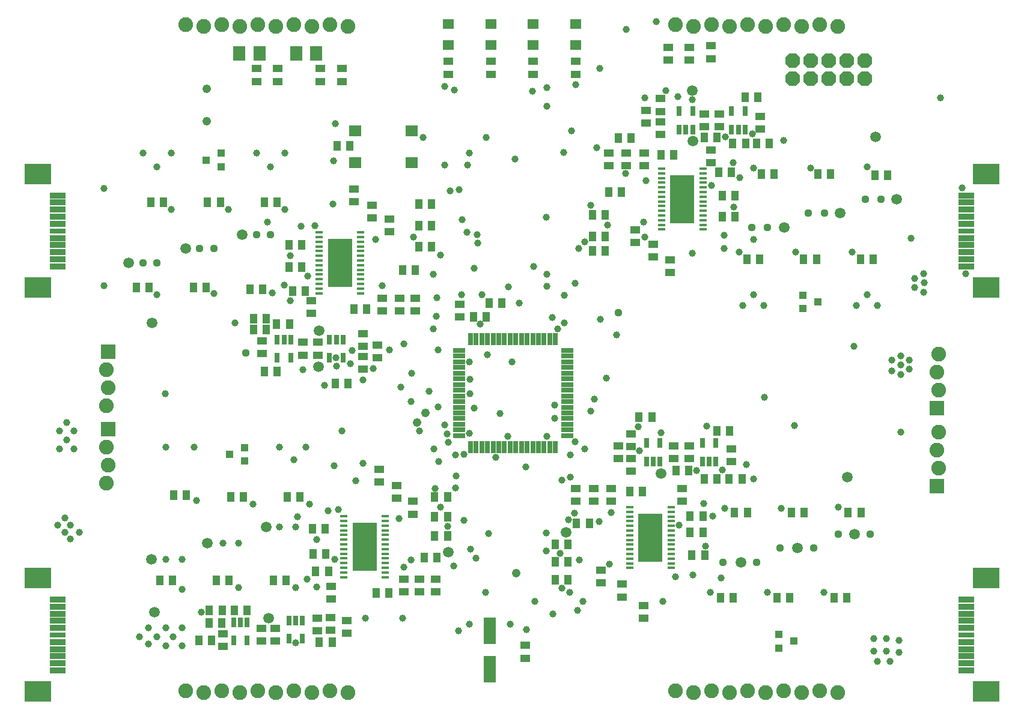
<source format=gts>
G75*
G70*
%OFA0B0*%
%FSLAX24Y24*%
%IPPOS*%
%LPD*%
%AMOC8*
5,1,8,0,0,1.08239X$1,22.5*
%
%ADD10C,0.0820*%
%ADD11R,0.0552X0.0395*%
%ADD12R,0.0395X0.0178*%
%ADD13R,0.1340X0.2678*%
%ADD14R,0.0395X0.0552*%
%ADD15R,0.0660X0.0280*%
%ADD16R,0.0280X0.0660*%
%ADD17R,0.0631X0.0552*%
%ADD18R,0.0710X0.1458*%
%ADD19OC8,0.0820*%
%ADD20R,0.0297X0.0552*%
%ADD21R,0.0820X0.0820*%
%ADD22R,0.0867X0.0320*%
%ADD23R,0.0867X0.0316*%
%ADD24R,0.1497X0.1135*%
%ADD25C,0.0595*%
%ADD26R,0.0434X0.0395*%
%ADD27R,0.0690X0.0592*%
%ADD28R,0.0710X0.0789*%
%ADD29C,0.0390*%
%ADD30C,0.0440*%
%ADD31C,0.0476*%
D10*
X043901Y012928D03*
X044001Y013928D03*
X043901Y014928D03*
X043901Y017259D03*
X044001Y018259D03*
X043901Y019259D03*
X048282Y001411D03*
X049282Y001311D03*
X050282Y001411D03*
X051282Y001311D03*
X052282Y001411D03*
X053282Y001311D03*
X054282Y001411D03*
X055282Y001311D03*
X056282Y001411D03*
X057282Y001311D03*
X075448Y001411D03*
X076448Y001311D03*
X077448Y001411D03*
X078448Y001311D03*
X079448Y001411D03*
X080448Y001311D03*
X081448Y001411D03*
X082448Y001311D03*
X083448Y001411D03*
X084448Y001311D03*
X090064Y013778D03*
X089964Y014778D03*
X090064Y015778D03*
X090064Y018109D03*
X089964Y019109D03*
X090064Y020109D03*
X084448Y038319D03*
X083448Y038419D03*
X082448Y038319D03*
X081448Y038419D03*
X080448Y038319D03*
X079448Y038419D03*
X078448Y038319D03*
X077448Y038419D03*
X076448Y038319D03*
X075448Y038419D03*
X057282Y038319D03*
X056282Y038419D03*
X055282Y038319D03*
X054282Y038419D03*
X053282Y038319D03*
X052282Y038419D03*
X051282Y038319D03*
X050282Y038419D03*
X049282Y038319D03*
X048282Y038419D03*
D11*
X052219Y035967D03*
X053400Y035967D03*
X053400Y035259D03*
X052219Y035259D03*
X055762Y035259D03*
X056944Y035259D03*
X056944Y035967D03*
X055762Y035967D03*
X062849Y035652D03*
X062849Y036361D03*
X065211Y036361D03*
X065211Y035652D03*
X067573Y035652D03*
X067573Y036361D03*
X069936Y036361D03*
X069936Y035652D03*
X073823Y033654D03*
X074611Y033586D03*
X074611Y033015D03*
X073823Y032946D03*
X074611Y032306D03*
X077072Y032749D03*
X077908Y032749D03*
X077908Y033458D03*
X077072Y033458D03*
X074611Y034294D03*
X075054Y036440D03*
X076235Y036440D03*
X076235Y037149D03*
X075054Y037149D03*
X077416Y037227D03*
X077416Y036519D03*
X080172Y033310D03*
X080172Y032601D03*
X077416Y031440D03*
X077416Y030731D03*
X073725Y030584D03*
X072741Y030584D03*
X071757Y030584D03*
X071757Y031292D03*
X072741Y031292D03*
X073725Y031292D03*
X073233Y027011D03*
X073233Y026302D03*
X074217Y026223D03*
X074217Y025515D03*
X075152Y025337D03*
X075152Y024629D03*
X063489Y022877D03*
X063489Y022168D03*
X061028Y022513D03*
X060142Y022513D03*
X059207Y022513D03*
X059207Y023221D03*
X060142Y023221D03*
X061028Y023221D03*
X058125Y021253D03*
X058125Y020544D03*
X058125Y019973D03*
X058912Y019904D03*
X058912Y020613D03*
X058125Y019265D03*
X055615Y020052D03*
X054778Y020052D03*
X054778Y020761D03*
X055615Y020761D03*
X052514Y020859D03*
X052514Y020150D03*
X055270Y022365D03*
X055270Y023074D03*
X059601Y026893D03*
X059601Y027601D03*
X058617Y027680D03*
X058617Y028389D03*
X057633Y028566D03*
X057633Y029274D03*
X072987Y015692D03*
X072987Y014983D03*
X072987Y014314D03*
X072298Y014294D03*
X072987Y013605D03*
X075349Y014294D03*
X076235Y014294D03*
X076235Y015003D03*
X075349Y015003D03*
X072298Y015003D03*
X071904Y012641D03*
X071904Y011932D03*
X070920Y011932D03*
X070920Y012641D03*
X069936Y012641D03*
X069936Y011932D03*
X075841Y011932D03*
X075841Y012641D03*
X078548Y014147D03*
X078548Y014855D03*
X071314Y008113D03*
X071314Y007404D03*
X072495Y007326D03*
X072495Y006617D03*
X073676Y006145D03*
X073676Y005436D03*
X067131Y003930D03*
X067131Y003221D03*
X062160Y006893D03*
X061274Y006893D03*
X060388Y006893D03*
X060388Y007601D03*
X061274Y007601D03*
X062160Y007601D03*
X057239Y005318D03*
X056314Y005475D03*
X055605Y005456D03*
X055605Y004747D03*
X056314Y004767D03*
X057239Y004609D03*
X053243Y004885D03*
X052495Y004885D03*
X052495Y004176D03*
X053243Y004176D03*
X050349Y003861D03*
X050349Y004570D03*
X056353Y006499D03*
X056353Y007208D03*
X060881Y011223D03*
X060881Y011932D03*
X059995Y012109D03*
X059995Y012818D03*
X059010Y012995D03*
X059010Y013704D03*
D12*
X059373Y011104D03*
X059373Y010844D03*
X059373Y010584D03*
X059373Y010324D03*
X059373Y010064D03*
X059373Y009804D03*
X059373Y009544D03*
X059375Y009284D03*
X059373Y009024D03*
X059373Y008764D03*
X059373Y008504D03*
X059373Y008244D03*
X059373Y007984D03*
X059373Y007724D03*
X057073Y007724D03*
X057073Y007984D03*
X057073Y008244D03*
X057073Y008504D03*
X057073Y008764D03*
X057073Y009024D03*
X057071Y009284D03*
X057073Y009544D03*
X057073Y009804D03*
X057073Y010064D03*
X057073Y010324D03*
X057073Y010584D03*
X057073Y010844D03*
X057073Y011104D03*
X072920Y011092D03*
X072920Y010832D03*
X072920Y010572D03*
X072920Y010312D03*
X072917Y010052D03*
X072920Y009792D03*
X072920Y009532D03*
X072920Y009272D03*
X072920Y009012D03*
X072920Y008752D03*
X072920Y008492D03*
X072920Y008232D03*
X075220Y008232D03*
X075220Y008492D03*
X075220Y008752D03*
X075220Y009012D03*
X075220Y009272D03*
X075220Y009532D03*
X075220Y009792D03*
X075222Y010052D03*
X075220Y010312D03*
X075220Y010572D03*
X075220Y010832D03*
X075220Y011092D03*
X075220Y011352D03*
X075220Y011612D03*
X072920Y011612D03*
X072920Y011352D03*
X057995Y023492D03*
X057995Y023752D03*
X057995Y024012D03*
X057995Y024272D03*
X057995Y024532D03*
X057995Y024792D03*
X057998Y025052D03*
X057995Y025312D03*
X057995Y025572D03*
X057995Y025832D03*
X057995Y026092D03*
X057995Y026352D03*
X057995Y026612D03*
X057995Y026872D03*
X055695Y026872D03*
X055695Y026612D03*
X055695Y026352D03*
X055695Y026092D03*
X055695Y025832D03*
X055695Y025572D03*
X055695Y025312D03*
X055693Y025052D03*
X055695Y024792D03*
X055695Y024532D03*
X055695Y024272D03*
X055695Y024012D03*
X055695Y023752D03*
X055695Y023492D03*
X074691Y027031D03*
X074691Y027291D03*
X074691Y027551D03*
X074691Y027811D03*
X074691Y028071D03*
X074691Y028331D03*
X074691Y028591D03*
X074689Y028851D03*
X074691Y029111D03*
X074691Y029371D03*
X074691Y029631D03*
X074691Y029891D03*
X074691Y030151D03*
X074691Y030411D03*
X076991Y030411D03*
X076991Y030151D03*
X076991Y029891D03*
X076991Y029631D03*
X076991Y029371D03*
X076991Y029111D03*
X076994Y028851D03*
X076991Y028591D03*
X076991Y028331D03*
X076991Y028071D03*
X076991Y027811D03*
X076991Y027551D03*
X076991Y027291D03*
X076991Y027031D03*
D13*
X075841Y028721D03*
X056845Y025182D03*
X074070Y009922D03*
X058223Y009414D03*
D14*
X056058Y008999D03*
X055349Y008999D03*
X055507Y008034D03*
X056215Y008034D03*
X053853Y007542D03*
X053144Y007542D03*
X050703Y007542D03*
X049995Y007542D03*
X047554Y007542D03*
X046845Y007542D03*
X049601Y005889D03*
X050310Y005889D03*
X050979Y005889D03*
X051688Y005889D03*
X050290Y005180D03*
X049581Y005180D03*
X049719Y004215D03*
X049010Y004215D03*
X055703Y004117D03*
X056412Y004117D03*
X058853Y006853D03*
X059562Y006853D03*
X061510Y008822D03*
X062219Y008822D03*
X062101Y010003D03*
X062810Y010003D03*
X062810Y011086D03*
X062101Y011086D03*
X062101Y012168D03*
X062810Y012168D03*
X068794Y009530D03*
X069503Y009530D03*
X069503Y008586D03*
X068794Y008586D03*
X068794Y007562D03*
X069503Y007562D03*
X069975Y010711D03*
X070684Y010711D03*
X072928Y012483D03*
X073636Y012483D03*
X075487Y013645D03*
X076196Y013645D03*
X077062Y013172D03*
X077770Y013172D03*
X078440Y013172D03*
X079148Y013172D03*
X079444Y011302D03*
X078735Y011302D03*
X076983Y011105D03*
X076274Y011105D03*
X076274Y010219D03*
X076983Y010219D03*
X077081Y008940D03*
X076373Y008940D03*
X077948Y006578D03*
X078656Y006578D03*
X081097Y006578D03*
X081806Y006578D03*
X084247Y006578D03*
X084955Y006578D03*
X085034Y011302D03*
X085743Y011302D03*
X082593Y011302D03*
X081885Y011302D03*
X078459Y015830D03*
X077751Y015830D03*
X074148Y016597D03*
X073440Y016597D03*
X064975Y022178D03*
X064266Y022178D03*
X065129Y022950D03*
X065837Y022950D03*
X061038Y024786D03*
X060329Y024786D03*
X061215Y026066D03*
X061924Y026066D03*
X061924Y027247D03*
X061215Y027247D03*
X061215Y028428D03*
X061924Y028428D03*
X054739Y026164D03*
X054030Y026164D03*
X054030Y024944D03*
X054739Y024944D03*
X054936Y023625D03*
X054227Y023625D03*
X052573Y023704D03*
X051865Y023704D03*
X049424Y023802D03*
X048715Y023802D03*
X046274Y023802D03*
X045566Y023802D03*
X052062Y022070D03*
X052052Y021469D03*
X052760Y021469D03*
X052770Y022070D03*
X053341Y021784D03*
X054050Y021784D03*
X057623Y022621D03*
X058331Y022621D03*
X053361Y019127D03*
X052652Y019127D03*
X056589Y018487D03*
X057298Y018487D03*
X054640Y012168D03*
X053932Y012168D03*
X051491Y012168D03*
X050782Y012168D03*
X048341Y012267D03*
X047633Y012267D03*
X055310Y010397D03*
X056018Y010397D03*
X079424Y025377D03*
X080133Y025377D03*
X082573Y025377D03*
X083282Y025377D03*
X085723Y025377D03*
X086432Y025377D03*
X078755Y027739D03*
X078046Y027739D03*
X078046Y028920D03*
X078755Y028920D03*
X080211Y030101D03*
X080920Y030101D03*
X078558Y030200D03*
X077849Y030200D03*
X075359Y031184D03*
X074650Y031184D03*
X073007Y032109D03*
X072298Y032109D03*
X077062Y032149D03*
X077770Y032149D03*
X078636Y031824D03*
X079345Y031824D03*
X079965Y031824D03*
X080674Y031824D03*
X083361Y030101D03*
X084070Y030101D03*
X086510Y030052D03*
X087219Y030052D03*
X080034Y034383D03*
X079325Y034383D03*
X072455Y029117D03*
X071747Y029117D03*
X071570Y027837D03*
X070861Y027837D03*
X070861Y026656D03*
X071570Y026656D03*
X071570Y025849D03*
X070861Y025849D03*
X057396Y031676D03*
X056688Y031676D03*
X053361Y028526D03*
X052652Y028526D03*
X050211Y028526D03*
X049503Y028526D03*
X047062Y028526D03*
X046353Y028526D03*
D15*
X063442Y020306D03*
X063442Y019996D03*
X063442Y019676D03*
X063442Y019366D03*
X063442Y019046D03*
X063442Y018736D03*
X063442Y018416D03*
X063442Y018106D03*
X063442Y017786D03*
X063442Y017476D03*
X063442Y017156D03*
X063442Y016846D03*
X063442Y016526D03*
X063442Y016216D03*
X063442Y015896D03*
X063442Y015586D03*
X069442Y015586D03*
X069442Y015896D03*
X069442Y016216D03*
X069442Y016526D03*
X069442Y016846D03*
X069442Y017156D03*
X069442Y017476D03*
X069442Y017786D03*
X069442Y018106D03*
X069442Y018416D03*
X069442Y018736D03*
X069442Y019046D03*
X069442Y019366D03*
X069442Y019676D03*
X069442Y019996D03*
X069442Y020306D03*
D16*
X068802Y020946D03*
X068492Y020946D03*
X068172Y020946D03*
X067862Y020946D03*
X067542Y020946D03*
X067232Y020946D03*
X066912Y020946D03*
X066602Y020946D03*
X066282Y020946D03*
X065972Y020946D03*
X065652Y020946D03*
X065342Y020946D03*
X065022Y020946D03*
X064712Y020946D03*
X064392Y020946D03*
X064082Y020946D03*
X064082Y014946D03*
X064392Y014946D03*
X064712Y014946D03*
X065022Y014946D03*
X065342Y014946D03*
X065652Y014946D03*
X065972Y014946D03*
X066282Y014946D03*
X066602Y014946D03*
X066912Y014946D03*
X067232Y014946D03*
X067542Y014946D03*
X067862Y014946D03*
X068172Y014946D03*
X068492Y014946D03*
X068802Y014946D03*
D17*
X069936Y037267D03*
X069936Y038448D03*
X067573Y038448D03*
X065211Y038448D03*
X065211Y037267D03*
X067573Y037267D03*
X062849Y037267D03*
X062849Y038448D03*
D18*
X065162Y004737D03*
X065162Y002611D03*
D19*
X081961Y035408D03*
X082961Y035408D03*
X083961Y035408D03*
X084961Y035408D03*
X085961Y035408D03*
X085961Y036408D03*
X084961Y036408D03*
X083961Y036408D03*
X082961Y036408D03*
X081961Y036408D03*
D20*
X079316Y033615D03*
X078568Y033615D03*
X078568Y032591D03*
X078942Y032591D03*
X079316Y032591D03*
X076412Y032591D03*
X076038Y032591D03*
X075664Y032591D03*
X075664Y033615D03*
X076412Y033615D03*
X057022Y020918D03*
X056648Y020918D03*
X056274Y020918D03*
X056274Y019895D03*
X057022Y019895D03*
X054119Y019895D03*
X053371Y019895D03*
X053371Y020918D03*
X053745Y020918D03*
X054119Y020918D03*
X073843Y015160D03*
X074591Y015160D03*
X076944Y015160D03*
X077692Y015160D03*
X077692Y014137D03*
X077318Y014137D03*
X076944Y014137D03*
X074591Y014137D03*
X074217Y014137D03*
X073843Y014137D03*
X054759Y005318D03*
X054385Y005318D03*
X054010Y005318D03*
X054010Y004294D03*
X054759Y004294D03*
X051707Y004196D03*
X050959Y004196D03*
X050959Y005219D03*
X051333Y005219D03*
X051707Y005219D03*
D21*
X044001Y015928D03*
X044001Y020259D03*
X089964Y017109D03*
X089964Y012778D03*
D22*
X091589Y006479D03*
X091589Y006086D03*
X091589Y005692D03*
X091589Y005298D03*
X091589Y004904D03*
X091589Y004117D03*
X091589Y003723D03*
X091589Y003330D03*
X091589Y002936D03*
X091589Y002542D03*
X041196Y002542D03*
X041196Y002936D03*
X041196Y003330D03*
X041196Y003723D03*
X041196Y004117D03*
X041196Y004904D03*
X041196Y005298D03*
X041196Y005692D03*
X041196Y006086D03*
X041196Y006479D03*
X041196Y024983D03*
X041196Y025377D03*
X041196Y025771D03*
X041196Y026164D03*
X041196Y026558D03*
X041196Y027345D03*
X041196Y027739D03*
X041196Y028133D03*
X041196Y028526D03*
X041196Y028920D03*
X091589Y028920D03*
X091589Y028526D03*
X091589Y028133D03*
X091589Y027739D03*
X091589Y027345D03*
X091589Y026558D03*
X091589Y026164D03*
X091589Y025771D03*
X091589Y025377D03*
X091589Y024983D03*
D23*
X091589Y026952D03*
X041196Y026952D03*
X041196Y004511D03*
X091589Y004511D03*
D24*
X040093Y001361D03*
X040093Y007660D03*
X040093Y023802D03*
X040093Y030101D03*
X092692Y030101D03*
X092692Y023802D03*
X092692Y007660D03*
X092692Y001361D03*
D25*
X079089Y008546D03*
X082239Y009334D03*
X085388Y010121D03*
X084995Y013271D03*
X074660Y013467D03*
X069394Y010219D03*
X062849Y009117D03*
X052888Y005436D03*
X046560Y005790D03*
X046392Y008704D03*
X049483Y009609D03*
X052751Y010515D03*
X055654Y019422D03*
X055703Y021410D03*
X046412Y021834D03*
X045133Y025180D03*
X048282Y025967D03*
X051432Y026755D03*
X076432Y031942D03*
X076383Y034727D03*
X086570Y032168D03*
X087733Y028723D03*
X084583Y027936D03*
X081483Y027149D03*
D26*
X082534Y023389D03*
X083361Y023015D03*
X082534Y022641D03*
X051550Y014924D03*
X050723Y014550D03*
X051550Y014176D03*
X081205Y004540D03*
X082032Y004166D03*
X081205Y003792D03*
X050251Y030515D03*
X049424Y030889D03*
X050251Y031263D03*
D27*
X057692Y030741D03*
X060822Y030741D03*
X060822Y032513D03*
X057692Y032513D03*
D28*
X055526Y036794D03*
X054424Y036794D03*
X052377Y036794D03*
X051274Y036794D03*
D29*
X056591Y032894D03*
X053794Y031282D03*
X053007Y030495D03*
X052219Y031282D03*
X056491Y030849D03*
X056451Y028428D03*
X053794Y028133D03*
X052810Y027444D03*
X054680Y027198D03*
X055467Y027247D03*
X054089Y025574D03*
X055073Y024442D03*
X053745Y023950D03*
X053105Y023507D03*
X054089Y023064D03*
X051038Y021834D03*
X049857Y023467D03*
X046707Y023408D03*
X043755Y023900D03*
X047495Y028133D03*
X050644Y028133D03*
X046707Y030495D03*
X045920Y031282D03*
X047495Y031282D03*
X043755Y029314D03*
X058814Y026460D03*
X060930Y026607D03*
X062416Y025613D03*
X064286Y024885D03*
X066196Y023841D03*
X064739Y023408D03*
X063597Y023408D03*
X062219Y023231D03*
X062199Y022208D03*
X062022Y021519D03*
X060408Y020672D03*
X059601Y020337D03*
X057534Y020298D03*
X056629Y019904D03*
X057416Y019584D03*
X056668Y019452D03*
X055999Y018369D03*
X054778Y019235D03*
X058125Y018664D03*
X058676Y019294D03*
X060211Y018290D03*
X060841Y019038D03*
X061786Y018054D03*
X060782Y017483D03*
X062298Y017168D03*
X064050Y017916D03*
X064050Y018704D03*
X064030Y019688D03*
X065014Y020062D03*
X066392Y019668D03*
X062298Y020337D03*
X064640Y021774D03*
X066806Y022936D03*
X068636Y022149D03*
X068932Y021519D03*
X069306Y021853D03*
X071294Y022030D03*
X072199Y021164D03*
X069306Y023389D03*
X069896Y024058D03*
X068341Y023861D03*
X068341Y024530D03*
X067593Y024983D03*
X070093Y025967D03*
X070428Y026341D03*
X071707Y027286D03*
X073676Y027444D03*
X073755Y026597D03*
X076383Y025721D03*
X078164Y025967D03*
X078991Y025771D03*
X079778Y026460D03*
X078154Y026706D03*
X078696Y028280D03*
X077465Y029461D03*
X079040Y029904D03*
X079778Y030456D03*
X078646Y030741D03*
X081471Y031991D03*
X079710Y032335D03*
X078218Y032188D03*
X076383Y034235D03*
X075585Y034412D03*
X074936Y034747D03*
X073774Y034334D03*
X071274Y035987D03*
X069936Y035082D03*
X068322Y034904D03*
X067514Y034708D03*
X068322Y033881D03*
X069699Y032503D03*
X071097Y031578D03*
X069247Y031302D03*
X066570Y030928D03*
X064955Y032129D03*
X064030Y031282D03*
X063912Y030613D03*
X062652Y030613D03*
X061471Y032129D03*
X063184Y034767D03*
X062672Y034983D03*
X072711Y038152D03*
X074404Y038566D03*
X090172Y034353D03*
X086077Y030495D03*
X082948Y030456D03*
X091373Y029334D03*
X088518Y026538D03*
X085270Y025771D03*
X082140Y025771D03*
X079778Y023408D03*
X079188Y022818D03*
X080369Y022818D03*
X085487Y022818D03*
X086077Y023408D03*
X086668Y022818D03*
X088735Y023802D03*
X089227Y023556D03*
X089247Y024078D03*
X089227Y024589D03*
X088735Y024294D03*
X091550Y024570D03*
X085349Y020554D03*
X087455Y019767D03*
X087948Y020013D03*
X087948Y019521D03*
X088440Y019767D03*
X088440Y019274D03*
X087948Y018979D03*
X087455Y019176D03*
X080408Y017700D03*
X082062Y016145D03*
X079385Y013960D03*
X079778Y013172D03*
X078051Y013670D03*
X076629Y013645D03*
X073445Y014747D03*
X074660Y015731D03*
X073400Y016086D03*
X070762Y016952D03*
X070959Y017621D03*
X071629Y018763D03*
X068774Y017286D03*
X068774Y016538D03*
X068322Y015534D03*
X069877Y015239D03*
X070428Y014845D03*
X069621Y014511D03*
X067160Y013841D03*
X065487Y014373D03*
X063715Y014550D03*
X063262Y014511D03*
X062318Y014156D03*
X062042Y014845D03*
X062849Y015200D03*
X062790Y015692D03*
X062672Y016184D03*
X064030Y015711D03*
X065723Y016794D03*
X064306Y017109D03*
X066156Y015534D03*
X063302Y013349D03*
X063262Y012680D03*
X062140Y012641D03*
X062436Y011617D03*
X063715Y010869D03*
X062810Y010554D03*
X064089Y009274D03*
X064404Y008782D03*
X063144Y008330D03*
X060782Y008684D03*
X060388Y008271D03*
X058223Y008645D03*
X058223Y009432D03*
X058223Y010219D03*
X060133Y010987D03*
X056766Y011479D03*
X056196Y011420D03*
X055172Y011774D03*
X054503Y011086D03*
X054385Y010495D03*
X053499Y010495D03*
X055546Y009806D03*
X056550Y008723D03*
X055034Y007621D03*
X055546Y007188D03*
X054385Y007149D03*
X051235Y007149D03*
X049168Y005790D03*
X048085Y004904D03*
X047593Y004412D03*
X047199Y004904D03*
X046707Y004412D03*
X046215Y004019D03*
X045723Y004412D03*
X046215Y004904D03*
X047199Y003920D03*
X048085Y003920D03*
X054385Y004078D03*
X058243Y005436D03*
X060329Y005436D03*
X063440Y004757D03*
X064030Y005101D03*
X066294Y005101D03*
X067180Y004806D03*
X068656Y005672D03*
X067672Y006381D03*
X069148Y007109D03*
X069601Y006873D03*
X070329Y006381D03*
X070014Y005889D03*
X074759Y006381D03*
X075448Y007759D03*
X076432Y007857D03*
X078007Y007660D03*
X077396Y006873D03*
X080546Y006873D03*
X083696Y006873D03*
X086471Y004314D03*
X087160Y004314D03*
X087160Y003625D03*
X086471Y003625D03*
X086668Y003034D03*
X087357Y003034D03*
X087849Y003526D03*
X087849Y004215D03*
X077121Y009432D03*
X075644Y010613D03*
X077514Y011105D03*
X078184Y011547D03*
X077022Y011794D03*
X081333Y011547D03*
X084483Y011597D03*
X087967Y015780D03*
X077180Y016125D03*
X069640Y013271D03*
X069168Y013093D03*
X069857Y011282D03*
X069522Y010908D03*
X068302Y010160D03*
X068302Y009176D03*
X069070Y009038D03*
X070113Y008664D03*
X071806Y008448D03*
X071215Y010810D03*
X071904Y011302D03*
X065093Y010141D03*
X064936Y006873D03*
X052022Y011774D03*
X048892Y011971D03*
X050349Y009609D03*
X051235Y009609D03*
X048085Y008723D03*
X047199Y008723D03*
X048085Y007050D03*
X041885Y009826D03*
X041589Y010219D03*
X041885Y010613D03*
X041589Y011007D03*
X041196Y010613D03*
X042377Y010219D03*
X042081Y014845D03*
X041688Y015337D03*
X041294Y014845D03*
X041294Y015830D03*
X042081Y015830D03*
X041688Y016322D03*
X047199Y014944D03*
X048774Y014944D03*
X053499Y014944D03*
X054286Y014255D03*
X054975Y014944D03*
X056963Y015830D03*
X058125Y014058D03*
X056510Y013900D03*
X057731Y013074D03*
X061255Y015830D03*
X047160Y017916D03*
X059207Y023900D03*
X062022Y024530D03*
X064503Y026263D03*
X064463Y026735D03*
X063892Y026873D03*
X063617Y027582D03*
X063459Y029255D03*
X062948Y029176D03*
X068302Y027700D03*
X070762Y028369D03*
X073823Y029757D03*
X072692Y030141D03*
D30*
X075841Y029511D03*
X075841Y028723D03*
X075841Y027936D03*
X079680Y027149D03*
X080566Y027149D03*
X082829Y027936D03*
X083715Y027936D03*
X085979Y028723D03*
X086865Y028723D03*
X072298Y022424D03*
X056845Y024294D03*
X056845Y025180D03*
X056845Y026066D03*
X053007Y026755D03*
X052219Y026755D03*
X049857Y025967D03*
X049070Y025967D03*
X046707Y025180D03*
X045920Y025180D03*
X051629Y020180D03*
X074070Y010810D03*
X074070Y009924D03*
X074070Y009038D03*
X078105Y008546D03*
X079975Y008546D03*
X081255Y009334D03*
X083125Y009334D03*
X084503Y010121D03*
X086274Y010121D03*
D31*
X066629Y007936D03*
X061117Y016322D03*
X061589Y016834D03*
X049463Y033054D03*
X049463Y034826D03*
M02*

</source>
